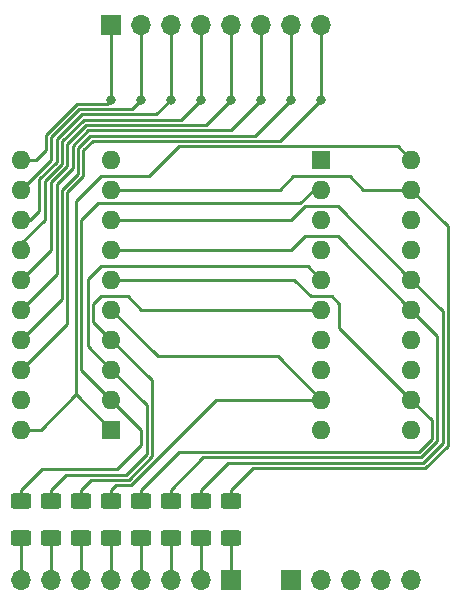
<source format=gbr>
%TF.GenerationSoftware,KiCad,Pcbnew,(6.0.9-0)*%
%TF.CreationDate,2022-12-20T01:23:04-08:00*%
%TF.ProjectId,OSKI8_REGISTER,4f534b49-385f-4524-9547-49535445522e,rev?*%
%TF.SameCoordinates,Original*%
%TF.FileFunction,Copper,L1,Top*%
%TF.FilePolarity,Positive*%
%FSLAX46Y46*%
G04 Gerber Fmt 4.6, Leading zero omitted, Abs format (unit mm)*
G04 Created by KiCad (PCBNEW (6.0.9-0)) date 2022-12-20 01:23:04*
%MOMM*%
%LPD*%
G01*
G04 APERTURE LIST*
G04 Aperture macros list*
%AMRoundRect*
0 Rectangle with rounded corners*
0 $1 Rounding radius*
0 $2 $3 $4 $5 $6 $7 $8 $9 X,Y pos of 4 corners*
0 Add a 4 corners polygon primitive as box body*
4,1,4,$2,$3,$4,$5,$6,$7,$8,$9,$2,$3,0*
0 Add four circle primitives for the rounded corners*
1,1,$1+$1,$2,$3*
1,1,$1+$1,$4,$5*
1,1,$1+$1,$6,$7*
1,1,$1+$1,$8,$9*
0 Add four rect primitives between the rounded corners*
20,1,$1+$1,$2,$3,$4,$5,0*
20,1,$1+$1,$4,$5,$6,$7,0*
20,1,$1+$1,$6,$7,$8,$9,0*
20,1,$1+$1,$8,$9,$2,$3,0*%
G04 Aperture macros list end*
%TA.AperFunction,SMDPad,CuDef*%
%ADD10RoundRect,0.250000X-0.625000X0.400000X-0.625000X-0.400000X0.625000X-0.400000X0.625000X0.400000X0*%
%TD*%
%TA.AperFunction,ComponentPad*%
%ADD11R,1.700000X1.700000*%
%TD*%
%TA.AperFunction,ComponentPad*%
%ADD12O,1.700000X1.700000*%
%TD*%
%TA.AperFunction,ComponentPad*%
%ADD13R,1.600000X1.600000*%
%TD*%
%TA.AperFunction,ComponentPad*%
%ADD14O,1.600000X1.600000*%
%TD*%
%TA.AperFunction,ViaPad*%
%ADD15C,0.800000*%
%TD*%
%TA.AperFunction,Conductor*%
%ADD16C,0.250000*%
%TD*%
G04 APERTURE END LIST*
D10*
%TO.P,R6,1*%
%TO.N,/R2*%
X147320000Y-102590000D03*
%TO.P,R6,2*%
%TO.N,Net-(LED_OUT1-Pad3)*%
X147320000Y-105690000D03*
%TD*%
D11*
%TO.P,DATA_BUS1,1,D0*%
%TO.N,/D0*%
X142255000Y-62230000D03*
D12*
%TO.P,DATA_BUS1,2,D1*%
%TO.N,/D1*%
X144795000Y-62230000D03*
%TO.P,DATA_BUS1,3,D2*%
%TO.N,/D2*%
X147335000Y-62230000D03*
%TO.P,DATA_BUS1,4,D3*%
%TO.N,/D3*%
X149875000Y-62230000D03*
%TO.P,DATA_BUS1,5,D4*%
%TO.N,/D4*%
X152415000Y-62230000D03*
%TO.P,DATA_BUS1,6,D5*%
%TO.N,/D5*%
X154955000Y-62230000D03*
%TO.P,DATA_BUS1,7,D6*%
%TO.N,/D6*%
X157495000Y-62230000D03*
%TO.P,DATA_BUS1,8,D7*%
%TO.N,/D7*%
X160035000Y-62230000D03*
%TD*%
D10*
%TO.P,R0,1*%
%TO.N,/R0*%
X152400000Y-102590000D03*
%TO.P,R0,2*%
%TO.N,Net-(LED_OUT1-Pad1)*%
X152400000Y-105690000D03*
%TD*%
%TO.P,R1,1*%
%TO.N,/R7*%
X134620000Y-102590000D03*
%TO.P,R1,2*%
%TO.N,Net-(LED_OUT1-Pad8)*%
X134620000Y-105690000D03*
%TD*%
D13*
%TO.P,U2,1,~{E}*%
%TO.N,~{RegWE}*%
X160020000Y-73660000D03*
D14*
%TO.P,U2,2,Q0*%
%TO.N,/R7*%
X160020000Y-76200000D03*
%TO.P,U2,3,D0*%
%TO.N,/D7*%
X160020000Y-78740000D03*
%TO.P,U2,4,D1*%
%TO.N,/D6*%
X160020000Y-81280000D03*
%TO.P,U2,5,Q1*%
%TO.N,/R6*%
X160020000Y-83820000D03*
%TO.P,U2,6,Q2*%
%TO.N,/R5*%
X160020000Y-86360000D03*
%TO.P,U2,7,D2*%
%TO.N,/D5*%
X160020000Y-88900000D03*
%TO.P,U2,8,D3*%
%TO.N,/D4*%
X160020000Y-91440000D03*
%TO.P,U2,9,Q3*%
%TO.N,/R4*%
X160020000Y-93980000D03*
%TO.P,U2,10,GND*%
%TO.N,GND*%
X160020000Y-96520000D03*
%TO.P,U2,11,CP*%
%TO.N,CLK*%
X167640000Y-96520000D03*
%TO.P,U2,12,Q4*%
%TO.N,/R3*%
X167640000Y-93980000D03*
%TO.P,U2,13,D4*%
%TO.N,/D3*%
X167640000Y-91440000D03*
%TO.P,U2,14,D5*%
%TO.N,/D2*%
X167640000Y-88900000D03*
%TO.P,U2,15,Q5*%
%TO.N,/R2*%
X167640000Y-86360000D03*
%TO.P,U2,16,Q6*%
%TO.N,/R1*%
X167640000Y-83820000D03*
%TO.P,U2,17,D6*%
%TO.N,/D1*%
X167640000Y-81280000D03*
%TO.P,U2,18,D7*%
%TO.N,/D0*%
X167640000Y-78740000D03*
%TO.P,U2,19,Q7*%
%TO.N,/R0*%
X167640000Y-76200000D03*
%TO.P,U2,20,VCC*%
%TO.N,+5V*%
X167640000Y-73660000D03*
%TD*%
D11*
%TO.P,CONTROL1,1,RegOE*%
%TO.N,RegOE*%
X157480000Y-109220000D03*
D12*
%TO.P,CONTROL1,2,~{RegWE}*%
%TO.N,+5V*%
X160020000Y-109220000D03*
%TO.P,CONTROL1,3,CLK*%
%TO.N,GND*%
X162560000Y-109220000D03*
%TO.P,CONTROL1,4,+5V*%
%TO.N,~{RegWE}*%
X165100000Y-109220000D03*
%TO.P,CONTROL1,5,GND*%
%TO.N,CLK*%
X167640000Y-109220000D03*
%TD*%
D11*
%TO.P,LED_OUT1,1,R0*%
%TO.N,Net-(LED_OUT1-Pad1)*%
X152400000Y-109220000D03*
D12*
%TO.P,LED_OUT1,2,R1*%
%TO.N,Net-(LED_OUT1-Pad2)*%
X149860000Y-109220000D03*
%TO.P,LED_OUT1,3,R2*%
%TO.N,Net-(LED_OUT1-Pad3)*%
X147320000Y-109220000D03*
%TO.P,LED_OUT1,4,R3*%
%TO.N,Net-(LED_OUT1-Pad4)*%
X144780000Y-109220000D03*
%TO.P,LED_OUT1,5,R4*%
%TO.N,Net-(LED_OUT1-Pad5)*%
X142240000Y-109220000D03*
%TO.P,LED_OUT1,6,R5*%
%TO.N,Net-(LED_OUT1-Pad6)*%
X139700000Y-109220000D03*
%TO.P,LED_OUT1,7,R6*%
%TO.N,Net-(LED_OUT1-Pad7)*%
X137160000Y-109220000D03*
%TO.P,LED_OUT1,8,R7*%
%TO.N,Net-(LED_OUT1-Pad8)*%
X134620000Y-109220000D03*
%TD*%
D10*
%TO.P,R7,1*%
%TO.N,/R1*%
X149860000Y-102590000D03*
%TO.P,R7,2*%
%TO.N,Net-(LED_OUT1-Pad2)*%
X149860000Y-105690000D03*
%TD*%
%TO.P,R5,1*%
%TO.N,/R3*%
X144780000Y-102590000D03*
%TO.P,R5,2*%
%TO.N,Net-(LED_OUT1-Pad4)*%
X144780000Y-105690000D03*
%TD*%
D13*
%TO.P,U1,1,A->B*%
%TO.N,+5V*%
X142240000Y-96520000D03*
D14*
%TO.P,U1,2,A0*%
%TO.N,/R7*%
X142240000Y-93980000D03*
%TO.P,U1,3,A1*%
%TO.N,/R6*%
X142240000Y-91440000D03*
%TO.P,U1,4,A2*%
%TO.N,/R5*%
X142240000Y-88900000D03*
%TO.P,U1,5,A3*%
%TO.N,/R4*%
X142240000Y-86360000D03*
%TO.P,U1,6,A4*%
%TO.N,/R3*%
X142240000Y-83820000D03*
%TO.P,U1,7,A5*%
%TO.N,/R2*%
X142240000Y-81280000D03*
%TO.P,U1,8,A6*%
%TO.N,/R1*%
X142240000Y-78740000D03*
%TO.P,U1,9,A7*%
%TO.N,/R0*%
X142240000Y-76200000D03*
%TO.P,U1,10,GND*%
%TO.N,GND*%
X142240000Y-73660000D03*
%TO.P,U1,11,B7*%
%TO.N,/D0*%
X134620000Y-73660000D03*
%TO.P,U1,12,B6*%
%TO.N,/D1*%
X134620000Y-76200000D03*
%TO.P,U1,13,B5*%
%TO.N,/D2*%
X134620000Y-78740000D03*
%TO.P,U1,14,B4*%
%TO.N,/D3*%
X134620000Y-81280000D03*
%TO.P,U1,15,B3*%
%TO.N,/D4*%
X134620000Y-83820000D03*
%TO.P,U1,16,B2*%
%TO.N,/D5*%
X134620000Y-86360000D03*
%TO.P,U1,17,B1*%
%TO.N,/D6*%
X134620000Y-88900000D03*
%TO.P,U1,18,B0*%
%TO.N,/D7*%
X134620000Y-91440000D03*
%TO.P,U1,19,CE*%
%TO.N,RegOE*%
X134620000Y-93980000D03*
%TO.P,U1,20,VCC*%
%TO.N,+5V*%
X134620000Y-96520000D03*
%TD*%
D10*
%TO.P,R3,1*%
%TO.N,/R5*%
X139700000Y-102590000D03*
%TO.P,R3,2*%
%TO.N,Net-(LED_OUT1-Pad6)*%
X139700000Y-105690000D03*
%TD*%
%TO.P,R2,1*%
%TO.N,/R6*%
X137160000Y-102590000D03*
%TO.P,R2,2*%
%TO.N,Net-(LED_OUT1-Pad7)*%
X137160000Y-105690000D03*
%TD*%
%TO.P,R4,1*%
%TO.N,/R4*%
X142240000Y-102590000D03*
%TO.P,R4,2*%
%TO.N,Net-(LED_OUT1-Pad5)*%
X142240000Y-105690000D03*
%TD*%
D15*
%TO.N,/D0*%
X142240000Y-68580000D03*
%TO.N,/D1*%
X144780000Y-68580000D03*
%TO.N,/D2*%
X147320000Y-68580000D03*
%TO.N,/D3*%
X149860000Y-68580000D03*
%TO.N,/D4*%
X152400000Y-68580000D03*
%TO.N,/D5*%
X154940000Y-68580000D03*
%TO.N,/D6*%
X157480000Y-68580000D03*
%TO.N,/D7*%
X160020000Y-68580000D03*
%TD*%
D16*
%TO.N,/R7*%
X142240000Y-93980000D02*
X144780000Y-96520000D01*
X144780000Y-96520000D02*
X144780000Y-97790000D01*
X159383604Y-76200000D02*
X158258604Y-77325000D01*
X158258604Y-77325000D02*
X141115000Y-77325000D01*
X134620000Y-101600000D02*
X134620000Y-102590000D01*
X144780000Y-97790000D02*
X142690000Y-99880000D01*
X139700000Y-78740000D02*
X139700000Y-91440000D01*
X139700000Y-91440000D02*
X142240000Y-93980000D01*
X136340000Y-99880000D02*
X134620000Y-101600000D01*
X141115000Y-77325000D02*
X139700000Y-78740000D01*
X160020000Y-76200000D02*
X159383604Y-76200000D01*
X142690000Y-99880000D02*
X136340000Y-99880000D01*
%TO.N,/R6*%
X145230000Y-94430000D02*
X145230000Y-98610000D01*
X158895000Y-82695000D02*
X141374010Y-82695000D01*
X141374010Y-82695000D02*
X140265000Y-83804010D01*
X137160000Y-101600000D02*
X137160000Y-102590000D01*
X140265000Y-89465000D02*
X142240000Y-91440000D01*
X142240000Y-91440000D02*
X145230000Y-94430000D01*
X145230000Y-98610000D02*
X143510000Y-100330000D01*
X138430000Y-100330000D02*
X137160000Y-101600000D01*
X143510000Y-100330000D02*
X138430000Y-100330000D01*
X160020000Y-83820000D02*
X158895000Y-82695000D01*
X140265000Y-83804010D02*
X140265000Y-89465000D01*
%TO.N,/R5*%
X144780000Y-86360000D02*
X143655000Y-85235000D01*
X141374010Y-85235000D02*
X140715000Y-85894010D01*
X160020000Y-86360000D02*
X144780000Y-86360000D01*
X140520000Y-100780000D02*
X139700000Y-101600000D01*
X139700000Y-101600000D02*
X139700000Y-102590000D01*
X140715000Y-85894010D02*
X140715000Y-87375000D01*
X140715000Y-87375000D02*
X142240000Y-88900000D01*
X143655000Y-85235000D02*
X141374010Y-85235000D01*
X145680000Y-98796396D02*
X143696396Y-100780000D01*
X145680000Y-92340000D02*
X145680000Y-98796396D01*
X143696396Y-100780000D02*
X140520000Y-100780000D01*
X142240000Y-88900000D02*
X145680000Y-92340000D01*
%TO.N,/R4*%
X146130000Y-98982792D02*
X143882792Y-101230000D01*
X143882792Y-101230000D02*
X142610000Y-101230000D01*
X160020000Y-93980000D02*
X156355000Y-90315000D01*
X160020000Y-93980000D02*
X151130000Y-93980000D01*
X142610000Y-101230000D02*
X142240000Y-101600000D01*
X146130000Y-98980000D02*
X146130000Y-98982792D01*
X156355000Y-90315000D02*
X146195000Y-90315000D01*
X146195000Y-90315000D02*
X142240000Y-86360000D01*
X151130000Y-93980000D02*
X146130000Y-98980000D01*
X142240000Y-101600000D02*
X142240000Y-102590000D01*
%TO.N,/R3*%
X169390000Y-95730000D02*
X169390000Y-97310000D01*
X157739010Y-83820000D02*
X142240000Y-83820000D01*
X159154010Y-85235000D02*
X157739010Y-83820000D01*
X161545000Y-87885000D02*
X161545000Y-85894010D01*
X167640000Y-93980000D02*
X161545000Y-87885000D01*
X144780000Y-101600000D02*
X144780000Y-102590000D01*
X160885990Y-85235000D02*
X159154010Y-85235000D01*
X167640000Y-93980000D02*
X169390000Y-95730000D01*
X147947599Y-98432401D02*
X144780000Y-101600000D01*
X161545000Y-85894010D02*
X160885990Y-85235000D01*
X168267599Y-98432401D02*
X147947599Y-98432401D01*
X169390000Y-97310000D02*
X168267599Y-98432401D01*
%TO.N,/R2*%
X161435000Y-80155000D02*
X158605000Y-80155000D01*
X167640000Y-86360000D02*
X161435000Y-80155000D01*
X147320000Y-101600000D02*
X147320000Y-102590000D01*
X150037599Y-98882401D02*
X147320000Y-101600000D01*
X169840000Y-88560000D02*
X169840000Y-97496396D01*
X158605000Y-80155000D02*
X157480000Y-81280000D01*
X167640000Y-86360000D02*
X169840000Y-88560000D01*
X157480000Y-81280000D02*
X142240000Y-81280000D01*
X169840000Y-97496396D02*
X168453995Y-98882401D01*
X168453995Y-98882401D02*
X150037599Y-98882401D01*
%TO.N,/R1*%
X167640000Y-83820000D02*
X161435000Y-77615000D01*
X157480000Y-78740000D02*
X142240000Y-78740000D01*
X158605000Y-77615000D02*
X157480000Y-78740000D01*
X170290000Y-86470000D02*
X170290000Y-97682792D01*
X149860000Y-101600000D02*
X149860000Y-102590000D01*
X170290000Y-97682792D02*
X168640391Y-99332401D01*
X168640391Y-99332401D02*
X152127599Y-99332401D01*
X167640000Y-83820000D02*
X170290000Y-86470000D01*
X161435000Y-77615000D02*
X158605000Y-77615000D01*
X152127599Y-99332401D02*
X149860000Y-101600000D01*
%TO.N,/R0*%
X170740000Y-79300000D02*
X170740000Y-97869188D01*
X168826787Y-99782401D02*
X154217599Y-99782401D01*
X167640000Y-76200000D02*
X170740000Y-79300000D01*
X163555495Y-76200000D02*
X162430495Y-75075000D01*
X167640000Y-76200000D02*
X163555495Y-76200000D01*
X152400000Y-101600000D02*
X152400000Y-102590000D01*
X157609505Y-75075000D02*
X156484505Y-76200000D01*
X170740000Y-97869188D02*
X168826787Y-99782401D01*
X162430495Y-75075000D02*
X157609505Y-75075000D01*
X154217599Y-99782401D02*
X152400000Y-101600000D01*
X156484505Y-76200000D02*
X142240000Y-76200000D01*
%TO.N,+5V*%
X167640000Y-73660000D02*
X166515000Y-72535000D01*
X145455000Y-75075000D02*
X141374010Y-75075000D01*
X139250000Y-93530000D02*
X136260000Y-96520000D01*
X141374010Y-75075000D02*
X139250000Y-77199010D01*
X166515000Y-72535000D02*
X147995000Y-72535000D01*
X139250000Y-77199010D02*
X139250000Y-93530000D01*
X147995000Y-72535000D02*
X145455000Y-75075000D01*
X139250000Y-93530000D02*
X142240000Y-96520000D01*
X136260000Y-96520000D02*
X134620000Y-96520000D01*
%TO.N,/D0*%
X134620000Y-73660000D02*
X135890000Y-73660000D01*
X141885000Y-68935000D02*
X142240000Y-68580000D01*
X142255000Y-68565000D02*
X142255000Y-62230000D01*
X139345000Y-68935000D02*
X141885000Y-68935000D01*
X142240000Y-68580000D02*
X142255000Y-68565000D01*
X136710000Y-71570000D02*
X139345000Y-68935000D01*
X136710000Y-72840000D02*
X136710000Y-71570000D01*
X135890000Y-73660000D02*
X136710000Y-72840000D01*
%TO.N,/D1*%
X134620000Y-76200000D02*
X137160000Y-73660000D01*
X137160000Y-73660000D02*
X137160000Y-71756396D01*
X144795000Y-68565000D02*
X144795000Y-62230000D01*
X137160000Y-71756396D02*
X139531396Y-69385000D01*
X139531396Y-69385000D02*
X143975000Y-69385000D01*
X144780000Y-68580000D02*
X144795000Y-68565000D01*
X143975000Y-69385000D02*
X144780000Y-68580000D01*
%TO.N,/D2*%
X147335000Y-68565000D02*
X147335000Y-62230000D01*
X134620000Y-78740000D02*
X135389010Y-78740000D01*
X135389010Y-78740000D02*
X136145000Y-77984010D01*
X136145000Y-75311396D02*
X137610000Y-73846396D01*
X147320000Y-68580000D02*
X147335000Y-68565000D01*
X146065000Y-69835000D02*
X147320000Y-68580000D01*
X136145000Y-77984010D02*
X136145000Y-75311396D01*
X137610000Y-71942792D02*
X139717792Y-69835000D01*
X139717792Y-69835000D02*
X146065000Y-69835000D01*
X137610000Y-73846396D02*
X137610000Y-71942792D01*
%TO.N,/D3*%
X134620000Y-80730990D02*
X136595000Y-78755990D01*
X139904188Y-70285000D02*
X148155000Y-70285000D01*
X138060000Y-74032792D02*
X138060000Y-72129188D01*
X138060000Y-72129188D02*
X139904188Y-70285000D01*
X134620000Y-81280000D02*
X134620000Y-80730990D01*
X149875000Y-68565000D02*
X149875000Y-62230000D01*
X148155000Y-70285000D02*
X149860000Y-68580000D01*
X136595000Y-75497792D02*
X138060000Y-74032792D01*
X149860000Y-68580000D02*
X149875000Y-68565000D01*
X136595000Y-78755990D02*
X136595000Y-75497792D01*
%TO.N,/D4*%
X152415000Y-68565000D02*
X152415000Y-62230000D01*
X150245000Y-70735000D02*
X152400000Y-68580000D01*
X140090584Y-70735000D02*
X150245000Y-70735000D01*
X137160000Y-81280000D02*
X137160000Y-75569188D01*
X152400000Y-68580000D02*
X152415000Y-68565000D01*
X138510000Y-72315584D02*
X140090584Y-70735000D01*
X134620000Y-83820000D02*
X137160000Y-81280000D01*
X137160000Y-75569188D02*
X138510000Y-74219188D01*
X138510000Y-74219188D02*
X138510000Y-72315584D01*
%TO.N,/D5*%
X152335000Y-71185000D02*
X154940000Y-68580000D01*
X138960000Y-74405584D02*
X138960000Y-72501980D01*
X154955000Y-68565000D02*
X154955000Y-62230000D01*
X154940000Y-68580000D02*
X154955000Y-68565000D01*
X137610000Y-75755584D02*
X138960000Y-74405584D01*
X140276980Y-71185000D02*
X152335000Y-71185000D01*
X134620000Y-86360000D02*
X137610000Y-83370000D01*
X137610000Y-83370000D02*
X137610000Y-75755584D01*
X138960000Y-72501980D02*
X140276980Y-71185000D01*
%TO.N,/D6*%
X138060000Y-76200000D02*
X139410000Y-74850000D01*
X157480000Y-68580000D02*
X157495000Y-68565000D01*
X134620000Y-88900000D02*
X138060000Y-85460000D01*
X154425000Y-71635000D02*
X157480000Y-68580000D01*
X138060000Y-85460000D02*
X138060000Y-76200000D01*
X139410000Y-74850000D02*
X139410000Y-72688376D01*
X157495000Y-68565000D02*
X157495000Y-62230000D01*
X140463376Y-71635000D02*
X154425000Y-71635000D01*
X139410000Y-72688376D02*
X140463376Y-71635000D01*
%TO.N,/D7*%
X139860000Y-75036396D02*
X139860000Y-72874772D01*
X160035000Y-68565000D02*
X160035000Y-62230000D01*
X139860000Y-72874772D02*
X140649772Y-72085000D01*
X156515000Y-72085000D02*
X160020000Y-68580000D01*
X134620000Y-91440000D02*
X138510000Y-87550000D01*
X140649772Y-72085000D02*
X156515000Y-72085000D01*
X138510000Y-87550000D02*
X138510000Y-76386396D01*
X160020000Y-68580000D02*
X160035000Y-68565000D01*
X138510000Y-76386396D02*
X139860000Y-75036396D01*
%TO.N,Net-(LED_OUT1-Pad1)*%
X152400000Y-109220000D02*
X152400000Y-105690000D01*
%TO.N,Net-(LED_OUT1-Pad2)*%
X149860000Y-109220000D02*
X149860000Y-105690000D01*
%TO.N,Net-(LED_OUT1-Pad3)*%
X147320000Y-109220000D02*
X147320000Y-105690000D01*
%TO.N,Net-(LED_OUT1-Pad4)*%
X144780000Y-109220000D02*
X144780000Y-105690000D01*
%TO.N,Net-(LED_OUT1-Pad5)*%
X142240000Y-109220000D02*
X142240000Y-105690000D01*
%TO.N,Net-(LED_OUT1-Pad6)*%
X139700000Y-109220000D02*
X139700000Y-105690000D01*
%TO.N,Net-(LED_OUT1-Pad7)*%
X137160000Y-109220000D02*
X137160000Y-105690000D01*
%TO.N,Net-(LED_OUT1-Pad8)*%
X134620000Y-109220000D02*
X134620000Y-105690000D01*
%TD*%
M02*

</source>
